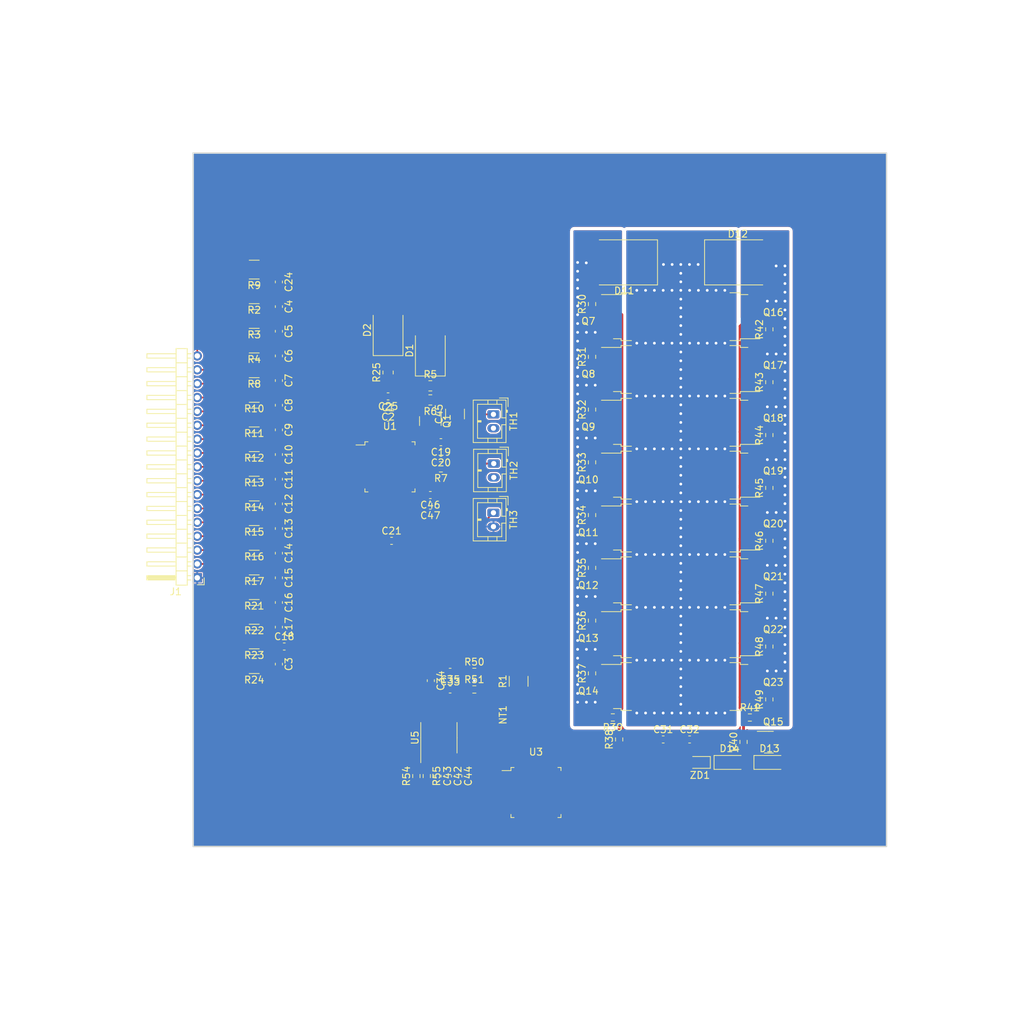
<source format=kicad_pcb>
(kicad_pcb (version 20221018) (generator pcbnew)

  (general
    (thickness 1.6)
  )

  (paper "A4")
  (layers
    (0 "F.Cu" signal)
    (31 "B.Cu" signal)
    (32 "B.Adhes" user "B.Adhesive")
    (33 "F.Adhes" user "F.Adhesive")
    (34 "B.Paste" user)
    (35 "F.Paste" user)
    (36 "B.SilkS" user "B.Silkscreen")
    (37 "F.SilkS" user "F.Silkscreen")
    (38 "B.Mask" user)
    (39 "F.Mask" user)
    (40 "Dwgs.User" user "User.Drawings")
    (41 "Cmts.User" user "User.Comments")
    (42 "Eco1.User" user "User.Eco1")
    (43 "Eco2.User" user "User.Eco2")
    (44 "Edge.Cuts" user)
    (45 "Margin" user)
    (46 "B.CrtYd" user "B.Courtyard")
    (47 "F.CrtYd" user "F.Courtyard")
    (48 "B.Fab" user)
    (49 "F.Fab" user)
    (50 "User.1" user)
    (51 "User.2" user)
    (52 "User.3" user)
    (53 "User.4" user)
    (54 "User.5" user)
    (55 "User.6" user)
    (56 "User.7" user)
    (57 "User.8" user)
    (58 "User.9" user)
  )

  (setup
    (stackup
      (layer "F.SilkS" (type "Top Silk Screen") (color "White"))
      (layer "F.Paste" (type "Top Solder Paste"))
      (layer "F.Mask" (type "Top Solder Mask") (color "Purple") (thickness 0.01))
      (layer "F.Cu" (type "copper") (thickness 0.035))
      (layer "dielectric 1" (type "core") (thickness 1.51) (material "FR4") (epsilon_r 4.5) (loss_tangent 0.02))
      (layer "B.Cu" (type "copper") (thickness 0.035))
      (layer "B.Mask" (type "Bottom Solder Mask") (color "Purple") (thickness 0.01))
      (layer "B.Paste" (type "Bottom Solder Paste"))
      (layer "B.SilkS" (type "Bottom Silk Screen") (color "White"))
      (copper_finish "None")
      (dielectric_constraints no)
    )
    (pad_to_mask_clearance 0)
    (grid_origin 82.365773 91.573261)
    (pcbplotparams
      (layerselection 0x00010fc_ffffffff)
      (plot_on_all_layers_selection 0x0000000_00000000)
      (disableapertmacros false)
      (usegerberextensions false)
      (usegerberattributes true)
      (usegerberadvancedattributes true)
      (creategerberjobfile true)
      (dashed_line_dash_ratio 12.000000)
      (dashed_line_gap_ratio 3.000000)
      (svgprecision 6)
      (plotframeref false)
      (viasonmask false)
      (mode 1)
      (useauxorigin false)
      (hpglpennumber 1)
      (hpglpenspeed 20)
      (hpglpendiameter 15.000000)
      (dxfpolygonmode true)
      (dxfimperialunits true)
      (dxfusepcbnewfont true)
      (psnegative false)
      (psa4output false)
      (plotreference true)
      (plotvalue true)
      (plotinvisibletext false)
      (sketchpadsonfab false)
      (subtractmaskfromsilk false)
      (outputformat 1)
      (mirror false)
      (drillshape 1)
      (scaleselection 1)
      (outputdirectory "")
    )
  )

  (net 0 "")
  (net 1 "/Protector3/VC15")
  (net 2 "/Protector3/VC14")
  (net 3 "/Protector3/VC13")
  (net 4 "/Protector3/VC12")
  (net 5 "/Protector3/VC11")
  (net 6 "/Protector3/VC10")
  (net 7 "/Protector3/VC9")
  (net 8 "/Protector3/VC8")
  (net 9 "/Protector3/VC7")
  (net 10 "/Protector3/VC6")
  (net 11 "/Protector3/VC5")
  (net 12 "/Protector3/VC4")
  (net 13 "/Protector3/VC3")
  (net 14 "/Protector3/VC2")
  (net 15 "/Protector3/VC1")
  (net 16 "/Protector3/VC0")
  (net 17 "Net-(C31-Pad2)")
  (net 18 "/Protector3/BAT")
  (net 19 "/SRN_I-")
  (net 20 "/Protector3/REGIN")
  (net 21 "/Protector3/REG1")
  (net 22 "/Protector3/VC16")
  (net 23 "Net-(U5-BAT)")
  (net 24 "Net-(U5-REG25)")
  (net 25 "+BATT")
  (net 26 "Net-(Q1-D)")
  (net 27 "Net-(U1-REG18)")
  (net 28 "Net-(D1-K)")
  (net 29 "Net-(D2-K)")
  (net 30 "Net-(D11-K)")
  (net 31 "Net-(D13-A)")
  (net 32 "Net-(D13-K)")
  (net 33 "Net-(D14-K)")
  (net 34 "/VC15")
  (net 35 "/Protector3/BREG")
  (net 36 "Net-(Q7-G)")
  (net 37 "Net-(Q8-G)")
  (net 38 "Net-(Q9-G)")
  (net 39 "Net-(Q10-G)")
  (net 40 "Net-(Q11-G)")
  (net 41 "Net-(Q12-G)")
  (net 42 "Net-(Q13-G)")
  (net 43 "Net-(Q14-G)")
  (net 44 "/Protector3/TS3")
  (net 45 "/Protector3/TS2")
  (net 46 "/Protector3/TS1")
  (net 47 "/SDA")
  (net 48 "/SCL")
  (net 49 "Net-(Q16-G)")
  (net 50 "Net-(Q17-G)")
  (net 51 "Net-(Q18-G)")
  (net 52 "/ALERT_MONITOR")
  (net 53 "Net-(Q19-G)")
  (net 54 "Net-(Q20-G)")
  (net 55 "Net-(Q21-G)")
  (net 56 "/MCU/OSC_IN")
  (net 57 "/MCU/OSC_OUT")
  (net 58 "/MCU/~{RST}")
  (net 59 "Net-(Q22-G)")
  (net 60 "Net-(Q23-G)")
  (net 61 "/High Side Fets/DSG")
  (net 62 "/High Side Fets/CHG")
  (net 63 "Net-(R5-Pad1)")
  (net 64 "Net-(U1-RST_SHUT)")
  (net 65 "/VC10x")
  (net 66 "/VC5x")
  (net 67 "unconnected-(U1-NC-Pad19)")
  (net 68 "/Protector3/HDQ")
  (net 69 "unconnected-(U1-DCHG-Pad31)")
  (net 70 "unconnected-(U1-DDSG-Pad32)")
  (net 71 "/MCU/BOOT1")
  (net 72 "unconnected-(U1-REG2-Pad34)")
  (net 73 "unconnected-(U1-FUSE-Pad38)")
  (net 74 "/Protector3/PDSG")
  (net 75 "/High Side Fets/PACK-")
  (net 76 "/Protector3/PCHG")
  (net 77 "/Protector3/LD")
  (net 78 "/Protector3/PACK")
  (net 79 "/SRP_I+")
  (net 80 "unconnected-(U1-NC-Pad44)")
  (net 81 "/Protector3/CP1")
  (net 82 "unconnected-(U3-PB9-Pad46)")
  (net 83 "unconnected-(U3-PB8-Pad45)")
  (net 84 "unconnected-(U3-PB7-Pad43)")
  (net 85 "unconnected-(U3-PB6-Pad42)")
  (net 86 "unconnected-(U3-PB5-Pad41)")
  (net 87 "unconnected-(U3-PB4-Pad40)")
  (net 88 "unconnected-(U3-PB3-Pad39)")
  (net 89 "unconnected-(U3-PA15-Pad38)")
  (net 90 "unconnected-(U3-PA12-Pad33)")
  (net 91 "unconnected-(U3-PA11-Pad32)")
  (net 92 "unconnected-(U3-PA10-Pad31)")
  (net 93 "unconnected-(U3-PA9-Pad30)")
  (net 94 "unconnected-(U3-PA8-Pad29)")
  (net 95 "unconnected-(U3-PB13-Pad26)")
  (net 96 "/MCU/OSC32_IN")
  (net 97 "/MCU/OSC32_OUT")
  (net 98 "unconnected-(U3-PB12-Pad25)")
  (net 99 "unconnected-(U3-PB11-Pad22)")
  (net 100 "/VC10")
  (net 101 "/VC5")
  (net 102 "GND")
  (net 103 "/VC14")
  (net 104 "/VC13")
  (net 105 "/VC12")
  (net 106 "/VC11")
  (net 107 "/VC9")
  (net 108 "/VC8")
  (net 109 "/VC7")
  (net 110 "/VC6")
  (net 111 "/VC1")
  (net 112 "/VC2")
  (net 113 "/VC3")
  (net 114 "/VC4")
  (net 115 "/SRP")
  (net 116 "/SRN")
  (net 117 "unconnected-(U3-PB10-Pad21)")
  (net 118 "unconnected-(U3-PB1-Pad19)")
  (net 119 "unconnected-(U3-PB0-Pad18)")
  (net 120 "unconnected-(U3-PA7-Pad17)")
  (net 121 "unconnected-(U3-PA6-Pad16)")
  (net 122 "unconnected-(U3-PA5-Pad15)")
  (net 123 "unconnected-(U3-PA4-Pad14)")
  (net 124 "unconnected-(U3-PA3-Pad13)")
  (net 125 "unconnected-(U3-PA2-Pad12)")
  (net 126 "unconnected-(U3-PA1-Pad11)")
  (net 127 "unconnected-(U3-PA0-Pad10)")
  (net 128 "unconnected-(U3-PC15-Pad4)")
  (net 129 "unconnected-(U3-PC14-Pad3)")
  (net 130 "unconnected-(U3-PC13-Pad2)")
  (net 131 "unconnected-(U5-P5{slash}HDQ-Pad12)")
  (net 132 "Net-(U5-P6{slash}TS)")
  (net 133 "/MCU/SWDIO")
  (net 134 "/MCU/SWCLK")
  (net 135 "unconnected-(U5-P1-Pad3)")
  (net 136 "unconnected-(U5-VEN-Pad2)")
  (net 137 "+3.3V")
  (net 138 "/MCU/BOOT0")
  (net 139 "/~{ALERT_FUEL}")
  (net 140 "Net-(R30-Pad1)")

  (footprint "Capacitor_SMD:C_0603_1608Metric" (layer "F.Cu") (at 26.485773 92.335261 -90))

  (footprint "Capacitor_SMD:C_0603_1608Metric" (layer "F.Cu") (at 26.485773 147.453261 -90))

  (footprint "Resistor_SMD:R_1210_3225Metric" (layer "F.Cu") (at 22.929773 97.669261 180))

  (footprint "Resistor_SMD:R_0805_2012Metric" (layer "F.Cu") (at 48.329773 109.353261 180))

  (footprint "Resistor_SMD:R_0603_1608Metric" (layer "F.Cu") (at 97.220016 99.168555 90))

  (footprint "Resistor_SMD:R_0603_1608Metric" (layer "F.Cu") (at 71.654808 125.960169 90))

  (footprint "Resistor_SMD:R_0603_1608Metric" (layer "F.Cu") (at 97.220016 114.418841 90))

  (footprint "Diode_SMD:D_SMC" (layer "F.Cu") (at 76.292546 89.512272 180))

  (footprint "Diode_SMD:D_SOD-123" (layer "F.Cu") (at 97.247546 161.628272))

  (footprint "Resistor_SMD:R_0603_1608Metric" (layer "F.Cu") (at 71.654808 103.133967 90))

  (footprint "Capacitor_SMD:C_0603_1608Metric" (layer "F.Cu") (at 48.329773 124.593261 180))

  (footprint "Resistor_SMD:R_1210_3225Metric" (layer "F.Cu") (at 22.929773 140.341261 180))

  (footprint "Capacitor_SMD:C_0603_1608Metric" (layer "F.Cu") (at 26.485773 127.895261 -90))

  (footprint "Capacitor_SMD:C_1210_3225Metric" (layer "F.Cu") (at 51.885773 111.385261 90))

  (footprint "Capacitor_SMD:C_0603_1608Metric" (layer "F.Cu") (at 48.329773 123.069261 180))

  (footprint "Package_TO_SOT_SMD:TO-252-2" (layer "F.Cu") (at 90.565773 135.443261 180))

  (footprint "Package_TO_SOT_SMD:TO-252-2" (layer "F.Cu") (at 90.565773 120.203261 180))

  (footprint "Package_TO_SOT_SMD:TO-252-2" (layer "F.Cu") (at 78.305773 104.963261))

  (footprint "Resistor_SMD:R_0603_1608Metric" (layer "F.Cu") (at 54.675905 148.570361))

  (footprint "Package_QFP:LQFP-48_7x7mm_P0.5mm" (layer "F.Cu") (at 63.565773 165.973261))

  (footprint "Package_TO_SOT_SMD:TO-252-2" (layer "F.Cu") (at 78.305773 143.063261))

  (footprint "Diode_SMD:D_SMC" (layer "F.Cu") (at 92.675546 89.512272))

  (footprint "Capacitor_SMD:C_0603_1608Metric" (layer "F.Cu") (at 26.485773 138.563261 -90))

  (footprint "Resistor_SMD:R_0603_1608Metric" (layer "F.Cu") (at 94.414588 155.1547))

  (footprint "Package_TO_SOT_SMD:TO-252-2" (layer "F.Cu") (at 90.565773 127.823261 180))

  (footprint "Capacitor_SMD:C_0603_1608Metric" (layer "F.Cu") (at 52.365773 163.598261 -90))

  (footprint "Resistor_SMD:R_1210_3225Metric" (layer "F.Cu") (at 22.929773 122.561261 180))

  (footprint "Resistor_SMD:R_0603_1608Metric" (layer "F.Cu") (at 93.502088 158.675761 90))

  (footprint "Capacitor_SMD:C_0603_1608Metric" (layer "F.Cu") (at 26.485773 110.115261 -90))

  (footprint "Capacitor_SMD:C_0603_1608Metric" (layer "F.Cu") (at 26.485773 135.007261 -90))

  (footprint "Resistor_SMD:R_0603_1608Metric" (layer "F.Cu") (at 46.315773 163.598261 90))

  (footprint "Capacitor_SMD:C_0603_1608Metric" (layer "F.Cu") (at 26.485773 120.783261 -90))

  (footprint "Resistor_SMD:R_0603_1608Metric" (layer "F.Cu") (at 54.675905 151.110361))

  (footprint "Resistor_SMD:R_0805_2012Metric" (layer "F.Cu") (at 42.233773 105.392761 90))

  (footprint "Package_TO_SOT_SMD:SOT-23" (layer "F.Cu") (at 48.329773 112.401261 -90))

  (footprint "Capacitor_SMD:C_0603_1608Metric" (layer "F.Cu") (at 26.485773 131.451261 -90))

  (footprint "Capacitor_SMD:C_0603_1608Metric" (layer "F.Cu") (at 26.485773 95.891261 -90))

  (footprint "Package_TO_SOT_SMD:TO-252-2" (layer "F.Cu") (at 78.305773 97.343261))

  (footprint "Resistor_SMD:R_0603_1608Metric" (layer "F.Cu") (at 97.220016 152.54456 90))

  (footprint "Resistor_SMD:R_1210_3225Metric" (layer "F.Cu") (at 22.929773 104.781261 180))

  (footprint "Resistor_SMD:R_1210_3225Metric" (layer "F.Cu") (at 22.929773 136.785261 180))

  (footprint "Diode_SMD:D_SMB" (layer "F.Cu") (at 42.233773 99.296761 90))

  (footprint "Capacitor_SMD:C_0603_1608Metric" (layer "F.Cu") (at 26.485773 106.559261 -90))

  (footprint "Resistor_SMD:R_0603_1608Metric" (layer "F.Cu") (at 97.220016 144.919413 90))

  (footprint "Capacitor_SMD:C_0603_1608Metric" (layer "F.Cu") (at 85.723493 158.318261))

  (footprint "Package_TO_SOT_SMD:TO-252-2" (layer "F.Cu")
    (tstamp 68eba940-984b-4fd4-b2a8-a732e44eb8c6)
    (at 78.305773 150.683261)
    (descr "TO-252 / DPAK SMD package, http://www.infineon.com/cms/en/product/packages/PG-TO252/PG-TO252-3-1/")
    (tags "DPAK TO-252 DPAK-3 TO-252-3 SOT-428")
    (property "Sheetfile" "high_side.kicad_sch")
    (property "Sheetname" "High Side Fets")
    (property "Sim.Device" "SPICE")
    (property "Sim.Params" "type=\"M\" model=\"Q_NMOS_DGS\" lib=\"\"")
    (property "Sim.Pins" "1=1 2=2 3=3")
    (property "Src_Value" "dsg_fet")
    (property "ki_description" "N-MOSFET transistor, gate/drain/source")
    (property "ki_keywords" "transistor NMOS N-MOS N-MOSFET")
    (path "/8969b66e-8e86-47b7-b7d0-31d594820f7e/b5e10572-d8e2-4100-a220-721c5db96ad2")
    (attr smd)
    (fp_text reference "Q14" (at -7.18728 0.65) (layer "F.SilkS")
        (effects (font (size 1 1) (thickness 0.15)))
      (tstamp 56f7b4df-b9f7-4510-a7cc-c66e94e06fdb)
    )
    (fp_text value "Q_NMOS_DGS" (at 0 4.5) (layer "F.Fab")
        (effects (font (size 1 1) (thickness 0.15)))
      (tstamp d9a8f2b5-d752-4913-b5f9-17a628d763c3)
    )
    (fp_text user "${REFERENCE}" (at 0 0) (layer "F.Fab")
        (effects (font (size 1 1) (thickness 0.15)))
      (tstamp 288f4de2-65db-4619-9f00-ea929cded9e8)
    )
    (fp_line (start -2.47 -3.45) (end -2.47 -3.18)
      (stroke (width 0.12) (type solid)) (layer "F.SilkS") (tstamp 1a8530e7-3f6b-4466-9a26-17b2b0a309d8))
    (fp_line (start -2.47 -3.18) (end -5.3 -3.18)
      (stroke (width 0.12) (type solid)) (layer "F.SilkS") (tstamp a7e65ad2-d92c-4926-adbe-72769403b24d))
    (fp_line (start -2.47 3.18) (end -3.57 3.18)
      (stroke (width 0.12) (type s
... [914899 chars truncated]
</source>
